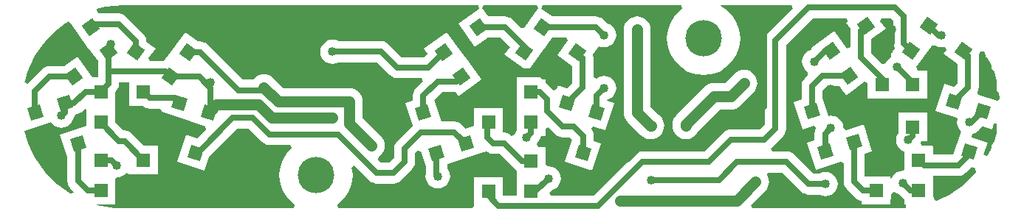
<source format=gtl>
%FSLAX25Y25*%
%MOIN*%
G70*
G01*
G75*
G04 Layer_Physical_Order=1*
G04 Layer_Color=255*
%ADD10P,0.08352X4X369.0*%
%ADD11P,0.08352X4X81.0*%
%ADD12P,0.08352X4X153.0*%
%ADD13R,0.05906X0.05906*%
%ADD14P,0.08352X4X117.0*%
%ADD15R,0.05906X0.05906*%
%ADD16C,0.05000*%
%ADD17C,0.02500*%
%ADD18C,0.16500*%
%ADD19C,0.04000*%
G36*
X916402Y873666D02*
Y866497D01*
X904402Y862598D01*
X907742Y852319D01*
Y841467D01*
X907742Y841467D01*
X907742D01*
X907905Y840227D01*
X908384Y839071D01*
X909146Y838079D01*
X910706Y836518D01*
X910516Y836154D01*
X909067Y835766D01*
X906620Y837325D01*
X903436Y839768D01*
X900478Y842478D01*
X897768Y845436D01*
X895325Y848620D01*
X893169Y852004D01*
X891317Y855563D01*
X889781Y859270D01*
X888575Y863096D01*
X888352Y864098D01*
X889324Y864414D01*
D01*
X889324D01*
D01*
Y864414D01*
X889324D01*
D01*
Y864414D01*
X900368Y868002D01*
X901077Y867077D01*
X902226Y866196D01*
X903564Y865642D01*
X905000Y865452D01*
X906436Y865642D01*
X907774Y866196D01*
X908923Y867077D01*
X909804Y868226D01*
X910358Y869564D01*
X910381Y869733D01*
X910721Y870176D01*
X911200Y871332D01*
X911226Y871530D01*
X914703Y872660D01*
X914614Y872932D01*
X915716Y873950D01*
X916402Y873666D01*
D02*
G37*
G36*
X935693Y875437D02*
X941876D01*
X942640Y874851D01*
X943795Y874372D01*
X945035Y874209D01*
X949525D01*
X950406Y872995D01*
X950297Y872660D01*
X962571Y868672D01*
X962571Y868672D01*
X962571D01*
X963402Y868402D01*
Y868402D01*
X963402Y868402D01*
X970131Y866215D01*
X970481Y864757D01*
X966428Y860704D01*
X961429Y862328D01*
X957441Y850054D01*
X969715Y846066D01*
X971819Y852544D01*
X984484Y865209D01*
X989489D01*
X995586Y859112D01*
X996578Y858351D01*
X997734Y857872D01*
X998974Y857709D01*
X1008478D01*
X1008997Y856302D01*
X1008297Y855703D01*
X1006610Y853728D01*
X1005253Y851514D01*
X1004259Y849115D01*
X1003653Y846589D01*
X1003449Y844000D01*
X1003653Y841411D01*
X1004259Y838885D01*
X1005253Y836486D01*
X1006610Y834272D01*
X1008297Y832297D01*
X1010272Y830610D01*
X1010487Y830478D01*
X1010079Y829035D01*
X933000D01*
X932845Y829014D01*
X928992Y829183D01*
X925014Y829706D01*
X921096Y830575D01*
X921109Y830657D01*
X929307D01*
Y842345D01*
X930000Y842953D01*
X931436Y843142D01*
X932774Y843696D01*
X933923Y844577D01*
X934272Y845033D01*
X935693Y844551D01*
Y844437D01*
X948598D01*
Y857343D01*
X942468D01*
X936923Y862888D01*
X935931Y863649D01*
X934775Y864128D01*
X933535Y864291D01*
X932985D01*
X929307Y867968D01*
Y874563D01*
D01*
Y874563D01*
X929307Y874563D01*
Y875437D01*
X929307D01*
Y881567D01*
X929741Y882001D01*
X930502Y882993D01*
X930981Y884149D01*
X931144Y885389D01*
Y886209D01*
X935693D01*
Y875437D01*
D02*
G37*
G36*
X933000Y920965D02*
X1093230D01*
X1093693Y919539D01*
X1084241Y912671D01*
X1091826Y902230D01*
X1097638Y906452D01*
X1103272D01*
X1107626Y902099D01*
X1105134Y898668D01*
X1115574Y891082D01*
X1123160Y901523D01*
Y901523D01*
X1123160Y901523D01*
X1123160D01*
X1123674Y902230D01*
X1123674Y902230D01*
X1126741Y906452D01*
X1132983D01*
X1133664Y905116D01*
X1128840Y898477D01*
X1135709Y893486D01*
Y885859D01*
X1133435Y883585D01*
X1129285Y884934D01*
X1128639Y882945D01*
X1127181Y882595D01*
X1124498Y885277D01*
X1123598Y885968D01*
Y888342D01*
X1110693D01*
Y875437D01*
X1110693Y875437D01*
X1110693Y874563D01*
X1110693D01*
Y864422D01*
X1110196Y863774D01*
X1109642Y862436D01*
X1108388Y861888D01*
X1108388D01*
Y861888D01*
D01*
X1108388D01*
D01*
Y861888D01*
X1107395Y862649D01*
X1107057Y862789D01*
X1106240Y863128D01*
X1105000Y863291D01*
X1104307D01*
Y874563D01*
X1091402D01*
Y866497D01*
X1087526Y865238D01*
X1085876Y866888D01*
X1084884Y867649D01*
X1083729Y868128D01*
X1082489Y868291D01*
X1076615D01*
X1076598Y868402D01*
X1076598Y868402D01*
X1076598Y868402D01*
X1073429Y878154D01*
X1076985Y881709D01*
X1082890D01*
X1084319Y879743D01*
X1094759Y887329D01*
X1087174Y897770D01*
X1087174Y897770D01*
X1086660Y898477D01*
X1086660D01*
D01*
D01*
X1086660Y898477D01*
D01*
D01*
X1086660D01*
X1079074Y908918D01*
X1068634Y901332D01*
X1070176Y899209D01*
X1068532Y897565D01*
X1058565D01*
X1052742Y903388D01*
X1051750Y904149D01*
X1050594Y904628D01*
X1049354Y904791D01*
X1030291D01*
X1030274Y904804D01*
X1028936Y905358D01*
X1027500Y905548D01*
X1026064Y905358D01*
X1024726Y904804D01*
X1023577Y903923D01*
X1022696Y902774D01*
X1022142Y901436D01*
X1021953Y900000D01*
X1022142Y898564D01*
X1022696Y897226D01*
X1023577Y896077D01*
X1024726Y895196D01*
X1026064Y894642D01*
X1027500Y894452D01*
X1028936Y894642D01*
X1030274Y895196D01*
X1030291Y895209D01*
X1047369D01*
X1053193Y889386D01*
X1054185Y888625D01*
X1055340Y888146D01*
X1056580Y887983D01*
X1056580D01*
D01*
X1067747D01*
X1068321Y886597D01*
X1065079Y883354D01*
X1064318Y882362D01*
X1063839Y881207D01*
X1063676Y879967D01*
Y877773D01*
X1060336Y876687D01*
X1063665Y866441D01*
X1056612Y859388D01*
X1055851Y858395D01*
X1055711Y858057D01*
X1055372Y857240D01*
X1055209Y856000D01*
Y851985D01*
X1053016Y849791D01*
X1049485D01*
X1048148Y851128D01*
X1048350Y852487D01*
X1049263Y853237D01*
X1050013Y854150D01*
X1050570Y855193D01*
X1050913Y856324D01*
X1051029Y857500D01*
X1050913Y858676D01*
X1050570Y859807D01*
X1050013Y860849D01*
X1049263Y861763D01*
X1041029Y869997D01*
Y877500D01*
X1040913Y878676D01*
X1040570Y879807D01*
X1040013Y880850D01*
X1039263Y881763D01*
X1038350Y882513D01*
X1037307Y883070D01*
X1036176Y883413D01*
X1035000Y883529D01*
X1005395D01*
X1000767Y888157D01*
X999854Y888907D01*
X998811Y889464D01*
X997680Y889807D01*
X996504Y889923D01*
X995328Y889807D01*
X994197Y889464D01*
X993154Y888907D01*
X992241Y888157D01*
X991530Y887291D01*
X986985D01*
X970983Y903292D01*
X969991Y904053D01*
X969653Y904194D01*
X968836Y904532D01*
X967596Y904695D01*
X966737D01*
X960926Y908918D01*
X953340Y898477D01*
X953340Y898477D01*
X953340D01*
X952826Y897770D01*
X952826Y897770D01*
X952826Y897770D01*
X951389Y895791D01*
X945147D01*
X944466Y897128D01*
X947660Y901523D01*
X943438Y904591D01*
Y904853D01*
D01*
D01*
D01*
D01*
X943438D01*
D01*
D01*
D01*
D01*
D01*
X943438D01*
Y904853D01*
D01*
D01*
Y904853D01*
D01*
D01*
D01*
D01*
D01*
D01*
D01*
D01*
D01*
D01*
D01*
D01*
Y904853D01*
D01*
X943438D01*
D01*
D01*
D01*
D01*
D01*
D01*
D01*
X943438Y904853D01*
D01*
D01*
D01*
X943274Y906093D01*
X942936Y906910D01*
X942796Y907249D01*
X942035Y908241D01*
X942035Y908241D01*
X942035D01*
X942035Y908241D01*
Y908241D01*
X934388Y915888D01*
X933395Y916649D01*
X933057Y916789D01*
X932240Y917128D01*
X931000Y917291D01*
X921836D01*
X920843Y918658D01*
X921096Y919425D01*
X925014Y920294D01*
X928992Y920817D01*
X932845Y920986D01*
X933000Y920965D01*
D02*
G37*
G36*
X1067432Y854848D02*
X1069637Y848061D01*
Y844902D01*
X1069452Y843500D01*
X1069642Y842064D01*
X1070196Y840726D01*
X1071077Y839577D01*
X1072226Y838696D01*
X1073564Y838142D01*
X1075000Y837953D01*
X1076436Y838142D01*
X1077774Y838696D01*
X1078923Y839577D01*
X1079804Y840726D01*
X1080358Y842064D01*
X1080548Y843500D01*
X1080358Y844936D01*
X1079804Y846274D01*
X1079219Y847036D01*
Y848969D01*
X1082559Y850054D01*
X1082559Y850054D01*
X1083390Y850325D01*
D01*
X1083390Y850325D01*
X1083390D01*
X1095664Y854313D01*
X1095664Y854313D01*
Y854313D01*
X1097062Y854767D01*
X1097604Y854351D01*
X1098760Y853872D01*
X1100000Y853709D01*
X1103016D01*
X1109723Y847002D01*
D01*
X1109723Y847002D01*
X1109723Y847002D01*
D01*
D01*
D01*
X1109723Y847002D01*
Y847002D01*
X1110693Y846257D01*
Y843937D01*
X1110693Y843937D01*
X1110693Y843063D01*
X1110693D01*
Y834791D01*
X1104484D01*
X1104307Y834968D01*
Y843063D01*
X1091402D01*
Y830157D01*
X1091402D01*
Y830095D01*
X1090341Y829035D01*
X1029921D01*
X1029513Y830478D01*
X1029728Y830610D01*
X1031703Y832297D01*
X1033390Y834272D01*
X1034747Y836486D01*
X1035741Y838885D01*
X1036347Y841411D01*
X1036551Y844000D01*
X1036347Y846589D01*
X1036111Y847571D01*
X1037420Y848304D01*
X1044112Y841612D01*
D01*
X1044112Y841612D01*
X1044112Y841612D01*
D01*
D01*
D01*
X1044112Y841612D01*
Y841612D01*
X1045105Y840851D01*
X1045583Y840653D01*
X1046260Y840372D01*
X1047500Y840209D01*
X1055000D01*
X1056240Y840372D01*
X1057057Y840711D01*
X1057395Y840851D01*
X1058388Y841612D01*
Y841612D01*
X1058388D01*
D01*
D01*
D01*
D01*
D01*
D01*
X1058388D01*
D01*
X1058388D01*
Y841612D01*
D01*
D01*
D01*
D01*
Y841612D01*
D01*
D01*
D01*
D01*
D01*
D01*
Y841612D01*
D01*
D01*
X1058388D01*
D01*
D01*
D01*
X1063388Y846612D01*
X1064149Y847604D01*
X1064628Y848760D01*
X1064791Y850000D01*
Y854016D01*
X1065973Y855198D01*
X1067432Y854848D01*
D02*
G37*
G36*
X1317738Y847046D02*
X1318088Y845588D01*
X1311292Y838792D01*
X1309380Y837325D01*
X1305996Y835169D01*
X1302437Y833317D01*
X1300466Y832500D01*
X1300000D01*
X1299984Y832484D01*
X1299449Y832706D01*
X1298598Y834759D01*
Y843563D01*
D01*
Y843563D01*
X1298744Y843709D01*
X1310000D01*
X1311240Y843872D01*
X1312057Y844211D01*
X1312395Y844351D01*
X1313388Y845112D01*
Y845112D01*
X1313388D01*
D01*
D01*
D01*
D01*
D01*
D01*
X1313388D01*
D01*
X1313388D01*
Y845112D01*
D01*
D01*
D01*
D01*
Y845112D01*
D01*
D01*
D01*
D01*
D01*
D01*
Y845112D01*
D01*
D01*
X1313388D01*
D01*
D01*
D01*
X1315914Y847639D01*
X1317738Y847046D01*
D02*
G37*
G36*
X1327500Y867271D02*
Y863433D01*
X1327425Y863096D01*
X1326219Y859270D01*
X1325829Y858329D01*
X1325000Y857500D01*
Y856327D01*
X1324683Y855563D01*
X1323729Y853729D01*
X1322761Y852761D01*
X1321482Y853545D01*
X1323203Y858840D01*
X1316158Y861129D01*
X1316295Y862623D01*
X1316436Y862642D01*
X1317774Y863196D01*
X1318923Y864077D01*
X1319271Y864531D01*
X1319376Y864612D01*
X1321026Y866262D01*
X1325176Y864914D01*
X1326019Y867506D01*
X1327500Y867271D01*
D02*
G37*
G36*
X1321561Y899990D02*
X1322500Y898515D01*
Y897500D01*
X1323089D01*
X1324683Y894437D01*
X1325000Y893673D01*
Y892500D01*
X1325829Y891671D01*
X1326219Y890730D01*
X1327425Y886904D01*
X1327500Y886567D01*
Y882500D01*
X1328488Y881512D01*
X1328817Y879008D01*
X1328836Y878590D01*
X1327642Y877682D01*
X1318951Y880506D01*
X1318649Y881479D01*
X1319128Y882635D01*
X1319291Y883875D01*
D01*
D01*
D01*
D01*
D01*
X1319291D01*
D01*
D01*
D01*
D01*
Y883875D01*
X1319291D01*
D01*
Y883875D01*
D01*
D01*
D01*
D01*
D01*
D01*
D01*
D01*
D01*
D01*
D01*
D01*
Y883875D01*
D01*
X1319291D01*
D01*
D01*
D01*
D01*
X1319291Y883875D01*
Y898258D01*
X1319225Y898760D01*
X1319211Y898865D01*
X1320061Y900036D01*
X1321561Y899990D01*
D02*
G37*
G36*
X1260082Y913782D02*
X1259241Y913171D01*
X1261317Y910313D01*
X1261209Y909490D01*
X1261209Y909490D01*
X1261209D01*
X1261209Y909490D01*
X1261209D01*
Y902025D01*
X1259782Y901561D01*
X1254074Y909418D01*
X1243634Y901832D01*
Y901832D01*
X1243564Y900858D01*
X1242226Y900304D01*
X1241077Y899423D01*
X1240196Y898274D01*
X1239642Y896936D01*
X1239452Y895500D01*
X1239642Y894064D01*
X1240196Y892726D01*
X1241077Y891577D01*
X1241999Y890870D01*
X1242097Y889373D01*
X1240579Y887854D01*
X1239818Y886862D01*
X1239339Y885707D01*
X1239176Y884467D01*
Y878273D01*
X1235836Y877187D01*
X1239824Y864914D01*
X1244932Y866573D01*
X1245798Y865349D01*
X1245779Y865324D01*
X1245300Y864168D01*
X1245137Y862928D01*
X1245137Y862928D01*
X1245137D01*
X1245137Y862928D01*
X1245137D01*
Y859925D01*
X1241797Y858840D01*
X1245785Y846566D01*
X1256995Y850209D01*
X1258209Y849327D01*
Y841000D01*
X1258209Y841000D01*
X1258209D01*
X1258372Y839760D01*
X1258711Y838943D01*
X1258851Y838605D01*
X1259612Y837612D01*
X1259612Y837612D01*
X1259612Y837612D01*
X1263502Y833722D01*
D01*
X1263502Y833722D01*
X1263502Y833722D01*
D01*
D01*
D01*
X1263502Y833722D01*
Y833722D01*
X1264494Y832961D01*
X1265650Y832483D01*
X1266402Y832384D01*
Y830657D01*
X1279307D01*
Y830657D01*
X1279647Y835480D01*
X1281077Y836577D01*
X1282226Y835696D01*
X1283564Y835142D01*
X1283586Y835139D01*
X1285002Y833722D01*
X1285693Y833192D01*
Y830657D01*
X1286412D01*
X1286445Y829158D01*
X1283154Y829014D01*
X1283000Y829035D01*
X1217021D01*
X1216447Y830420D01*
X1222759Y836733D01*
X1223509Y837646D01*
X1224066Y838689D01*
X1224409Y839820D01*
X1224525Y840996D01*
X1224409Y842172D01*
X1224066Y843303D01*
X1223509Y844346D01*
X1223917Y845209D01*
X1230515D01*
X1239112Y836612D01*
D01*
X1239112Y836612D01*
X1239112Y836612D01*
D01*
D01*
D01*
X1239112Y836612D01*
Y836612D01*
X1240104Y835851D01*
X1240583Y835653D01*
X1241260Y835372D01*
X1242500Y835209D01*
X1247209D01*
X1247226Y835196D01*
X1248564Y834642D01*
X1250000Y834453D01*
X1251436Y834642D01*
X1252774Y835196D01*
X1253923Y836077D01*
X1254804Y837226D01*
X1255358Y838564D01*
X1255548Y840000D01*
X1255358Y841436D01*
X1254804Y842774D01*
X1253923Y843923D01*
X1252774Y844804D01*
X1251436Y845358D01*
X1250000Y845547D01*
X1248564Y845358D01*
X1247226Y844804D01*
X1247209Y844791D01*
X1244485D01*
X1235888Y853388D01*
D01*
X1235888Y853388D01*
D01*
D01*
D01*
X1235888Y853388D01*
X1235888Y853388D01*
X1234896Y854149D01*
X1234557Y854289D01*
X1233740Y854628D01*
X1232500Y854791D01*
X1225848D01*
X1225365Y856211D01*
X1225888Y856612D01*
Y856612D01*
X1225888D01*
D01*
D01*
D01*
D01*
D01*
D01*
X1225888D01*
D01*
X1225888D01*
Y856612D01*
D01*
D01*
D01*
D01*
Y856612D01*
D01*
D01*
D01*
D01*
D01*
D01*
Y856612D01*
D01*
D01*
X1225888D01*
D01*
D01*
D01*
X1230888Y861612D01*
X1231649Y862605D01*
X1232128Y863760D01*
X1232291Y865000D01*
Y903016D01*
X1244485Y915209D01*
X1259618D01*
X1260082Y913782D01*
D02*
G37*
G36*
X1299726Y902696D02*
X1301064Y902142D01*
X1302500Y901952D01*
X1303936Y902142D01*
X1304554Y900648D01*
X1303340Y898977D01*
X1309709Y894349D01*
Y885859D01*
X1307935Y884085D01*
X1303785Y885434D01*
X1299797Y873160D01*
X1309357Y870054D01*
X1309642Y869436D01*
X1309453Y868000D01*
X1309642Y866564D01*
X1310196Y865226D01*
X1311077Y864077D01*
X1311283Y863919D01*
X1310929Y862828D01*
X1310929Y862828D01*
X1307830Y853291D01*
X1298598D01*
Y857343D01*
X1293675D01*
X1293326Y857864D01*
X1292920Y858688D01*
X1293468Y859402D01*
X1295842D01*
Y872307D01*
X1282937D01*
Y863088D01*
X1282696Y862774D01*
X1282142Y861436D01*
X1281952Y860000D01*
X1282142Y858564D01*
X1282696Y857226D01*
X1283577Y856077D01*
X1284726Y855196D01*
X1285693Y854795D01*
Y846655D01*
X1285000Y846047D01*
X1283564Y845858D01*
X1282226Y845304D01*
X1281077Y844423D01*
X1280196Y843274D01*
X1280196Y843274D01*
D01*
D01*
D01*
Y843274D01*
X1279307Y841980D01*
Y843563D01*
X1267791D01*
Y853716D01*
X1271164Y854813D01*
X1267176Y867086D01*
X1259194Y864493D01*
X1258041Y865452D01*
X1258047Y865500D01*
X1257858Y866936D01*
X1257304Y868274D01*
X1256423Y869423D01*
X1255274Y870304D01*
X1253936Y870858D01*
X1252500Y871047D01*
X1251446Y870909D01*
X1248758Y879181D01*
Y882482D01*
X1250741Y884466D01*
X1256251D01*
X1259319Y880243D01*
X1267821Y886421D01*
X1269158Y885740D01*
Y878693D01*
X1282063D01*
Y878693D01*
X1282063D01*
X1282063Y878693D01*
X1282937D01*
Y878693D01*
X1295842D01*
Y891598D01*
X1291738D01*
X1291057Y892935D01*
X1297660Y902023D01*
Y902023D01*
X1297660Y902023D01*
X1297660D01*
X1298082Y902603D01*
X1299566Y902819D01*
X1299726Y902696D01*
D02*
G37*
G36*
X1120362Y919629D02*
X1114007Y910882D01*
X1112512Y910764D01*
X1108644Y914631D01*
X1107652Y915393D01*
X1107314Y915533D01*
X1106497Y915871D01*
X1105256Y916035D01*
X1097749D01*
X1095138Y919629D01*
X1095818Y920965D01*
X1119682D01*
X1120362Y919629D01*
D02*
G37*
G36*
X1280709Y914015D02*
Y903742D01*
X1280709Y903742D01*
X1280709D01*
X1280872Y902502D01*
X1281211Y901685D01*
X1281302Y901465D01*
X1279634Y899168D01*
Y899168D01*
X1279726Y897804D01*
X1278577Y896923D01*
X1277696Y895774D01*
X1277277Y894762D01*
X1275806Y894470D01*
X1270791Y899485D01*
Y905611D01*
X1277267Y910316D01*
X1274683Y913873D01*
X1275364Y915209D01*
X1279515D01*
X1280709Y914015D01*
D02*
G37*
G36*
X909241Y912671D02*
X909241D01*
X909241Y912671D01*
X916826Y902230D01*
X916826Y902230D01*
X916826Y902230D01*
X917340Y901523D01*
X917340D01*
X917340Y901523D01*
X921562Y895712D01*
Y888342D01*
X919023D01*
X912174Y897770D01*
X906362Y893548D01*
X899757D01*
X898516Y893384D01*
X897361Y892906D01*
X896369Y892144D01*
X889742Y885518D01*
X888691Y886095D01*
X888438Y886289D01*
X888575Y886904D01*
X889781Y890730D01*
X891317Y894437D01*
X893169Y897996D01*
X895325Y901380D01*
X897768Y904564D01*
X900478Y907522D01*
X903436Y910232D01*
X906620Y912675D01*
X908409Y913815D01*
X909241Y912671D01*
D02*
G37*
G36*
X1235304Y919580D02*
X1224112Y908388D01*
X1223351Y907395D01*
X1223211Y907057D01*
X1222872Y906240D01*
X1222709Y905000D01*
Y866984D01*
X1220516Y864791D01*
X1207500D01*
X1206260Y864628D01*
X1205583Y864347D01*
X1205105Y864149D01*
X1204112Y863388D01*
X1195516Y854791D01*
X1167500D01*
X1166260Y854628D01*
X1165104Y854149D01*
X1164112Y853388D01*
X1145516Y834791D01*
X1126026D01*
X1125452Y836177D01*
X1126414Y837139D01*
X1126436Y837142D01*
X1127774Y837696D01*
X1128923Y838577D01*
X1129804Y839726D01*
X1130358Y841064D01*
X1130548Y842500D01*
X1130358Y843936D01*
X1129804Y845274D01*
X1128923Y846423D01*
X1127774Y847304D01*
X1126436Y847858D01*
X1125000Y848048D01*
X1124726Y848011D01*
X1123598Y849000D01*
Y856843D01*
X1120438D01*
X1119775Y858188D01*
X1119804Y858226D01*
X1120358Y859564D01*
X1120361Y859586D01*
X1120533Y859758D01*
X1121295Y860750D01*
X1121671Y861658D01*
X1123598D01*
Y865166D01*
X1124984Y865740D01*
X1128112Y862612D01*
X1129105Y861851D01*
X1130260Y861372D01*
X1131500Y861209D01*
X1134515D01*
X1135685Y860039D01*
X1132441Y850054D01*
X1144715Y846066D01*
X1148703Y858340D01*
X1145363Y859426D01*
Y861928D01*
X1145200Y863168D01*
X1144721Y864324D01*
X1144191Y865014D01*
X1145057Y866239D01*
X1150676Y864414D01*
X1154664Y876687D01*
X1151324Y877773D01*
Y878049D01*
X1151414Y878139D01*
X1151436Y878142D01*
X1152774Y878696D01*
X1153923Y879577D01*
X1154804Y880726D01*
X1155358Y882064D01*
X1155548Y883500D01*
X1155358Y884936D01*
X1154804Y886274D01*
X1153923Y887423D01*
X1152774Y888304D01*
X1151436Y888858D01*
X1150000Y889048D01*
X1148564Y888858D01*
X1147226Y888304D01*
X1146636Y887852D01*
X1145291Y888515D01*
Y897258D01*
D01*
D01*
D01*
D01*
X1145291D01*
D01*
D01*
D01*
D01*
D01*
X1145291D01*
Y897258D01*
D01*
D01*
Y897258D01*
D01*
D01*
D01*
D01*
D01*
D01*
D01*
D01*
D01*
D01*
D01*
D01*
Y897258D01*
D01*
X1145291D01*
D01*
D01*
D01*
D01*
D01*
D01*
D01*
X1145291Y897258D01*
D01*
D01*
D01*
X1145128Y898498D01*
X1145011Y898779D01*
X1146866Y901332D01*
Y901332D01*
X1146866Y901332D01*
X1146866D01*
X1147711Y902495D01*
X1148564Y902142D01*
X1150000Y901952D01*
X1151436Y902142D01*
X1152774Y902696D01*
X1153923Y903577D01*
X1154804Y904726D01*
X1155358Y906064D01*
X1155548Y907500D01*
X1155358Y908936D01*
X1154804Y910274D01*
X1153923Y911423D01*
X1152774Y912304D01*
X1151436Y912858D01*
X1151414Y912861D01*
X1149644Y914631D01*
X1148652Y915393D01*
X1148314Y915533D01*
X1147497Y915871D01*
X1146257Y916035D01*
X1126630D01*
X1121807Y919539D01*
X1122270Y920965D01*
X1185079D01*
X1185487Y919522D01*
X1185272Y919390D01*
X1183297Y917703D01*
X1181610Y915728D01*
X1180253Y913514D01*
X1179259Y911115D01*
X1178653Y908589D01*
X1178449Y906000D01*
X1178653Y903411D01*
X1179259Y900885D01*
X1180253Y898486D01*
X1181610Y896272D01*
X1183297Y894297D01*
X1185272Y892610D01*
X1187486Y891253D01*
X1189885Y890259D01*
X1192411Y889653D01*
X1195000Y889449D01*
X1197589Y889653D01*
X1200115Y890259D01*
X1202514Y891253D01*
X1204728Y892610D01*
X1206703Y894297D01*
X1208390Y896272D01*
X1209747Y898486D01*
X1210741Y900885D01*
X1211347Y903411D01*
X1211551Y906000D01*
X1211347Y908589D01*
X1210741Y911115D01*
X1209747Y913514D01*
X1208390Y915728D01*
X1206703Y917703D01*
X1204728Y919390D01*
X1202514Y920747D01*
X1202557Y920965D01*
X1234730D01*
X1235304Y919580D01*
D02*
G37*
%LPC*%
G36*
X1213216Y891745D02*
X1212040Y891630D01*
X1210909Y891286D01*
X1209867Y890729D01*
X1208953Y889980D01*
X1204708Y885734D01*
X1199705D01*
X1198529Y885618D01*
X1197398Y885275D01*
X1196356Y884718D01*
X1195442Y883968D01*
X1182737Y871263D01*
X1181987Y870350D01*
X1181430Y869307D01*
X1181087Y868176D01*
X1180971Y867000D01*
Y866500D01*
X1181087Y865324D01*
X1181430Y864193D01*
X1181987Y863150D01*
X1182737Y862237D01*
X1183650Y861487D01*
X1184693Y860930D01*
X1185824Y860587D01*
X1187000Y860471D01*
X1188176Y860587D01*
X1189307Y860930D01*
X1190350Y861487D01*
X1191263Y862237D01*
X1192013Y863150D01*
X1192399Y863873D01*
X1202202Y873676D01*
X1207205D01*
X1208381Y873792D01*
X1209512Y874135D01*
Y874135D01*
X1209512D01*
X1209512Y874135D01*
X1209512D01*
Y874135D01*
D01*
D01*
D01*
Y874135D01*
D01*
D01*
D01*
D01*
D01*
Y874135D01*
D01*
D01*
X1209512D01*
D01*
X1210555Y874692D01*
X1211468Y875442D01*
Y875442D01*
X1211468D01*
D01*
D01*
D01*
D01*
D01*
D01*
X1211468D01*
D01*
X1211468D01*
Y875442D01*
D01*
D01*
D01*
D01*
Y875442D01*
D01*
D01*
D01*
Y875442D01*
D01*
D01*
X1211468D01*
D01*
D01*
D01*
X1217480Y881453D01*
X1218229Y882367D01*
X1218787Y883409D01*
X1219130Y884540D01*
X1219245Y885716D01*
X1219130Y886893D01*
X1218787Y888024D01*
X1218229Y889066D01*
X1217480Y889980D01*
X1216566Y890729D01*
X1215524Y891286D01*
X1214393Y891630D01*
X1213216Y891745D01*
D02*
G37*
G36*
X1165000Y916029D02*
X1163824Y915913D01*
X1162693Y915570D01*
X1161650Y915013D01*
X1160737Y914263D01*
X1159987Y913350D01*
X1159430Y912307D01*
X1159087Y911176D01*
X1158971Y910000D01*
Y872500D01*
X1159087Y871324D01*
X1159430Y870193D01*
X1159987Y869150D01*
X1160737Y868237D01*
X1166737Y862237D01*
Y862237D01*
D01*
D01*
X1166737Y862237D01*
Y862237D01*
D01*
Y862237D01*
X1166737Y862237D01*
X1167650Y861487D01*
X1168693Y860930D01*
D01*
X1168693D01*
X1168693Y860930D01*
D01*
D01*
D01*
X1168693D01*
D01*
D01*
X1168693D01*
D01*
D01*
Y860930D01*
X1169824Y860587D01*
X1171000Y860471D01*
X1171252D01*
X1172428Y860587D01*
X1173559Y860930D01*
X1174601Y861487D01*
X1175515Y862237D01*
X1176265Y863150D01*
X1176822Y864193D01*
X1177165Y865324D01*
X1177281Y866500D01*
X1177165Y867676D01*
X1176822Y868807D01*
X1176265Y869850D01*
X1175515Y870763D01*
X1174601Y871513D01*
X1174412Y871614D01*
X1171029Y874997D01*
Y910000D01*
X1170913Y911176D01*
X1170570Y912307D01*
X1170013Y913350D01*
X1169263Y914263D01*
X1168350Y915013D01*
X1167307Y915570D01*
X1166176Y915913D01*
X1165000Y916029D01*
D02*
G37*
%LPD*%
D10*
X938647Y900096D02*
D03*
X946746Y911244D02*
D03*
X954254Y888756D02*
D03*
X962353Y899904D02*
D03*
X1137853Y899904D02*
D03*
X1129754Y888756D02*
D03*
X1122246Y911244D02*
D03*
X1114147Y900096D02*
D03*
X1312353Y900404D02*
D03*
X1304254Y889256D02*
D03*
X1296746Y911744D02*
D03*
X1288647Y900596D02*
D03*
D11*
X910746Y888756D02*
D03*
X902647Y899904D02*
D03*
X926353Y900096D02*
D03*
X918254Y911244D02*
D03*
X1093254D02*
D03*
X1101353Y900096D02*
D03*
X1077647Y899904D02*
D03*
X1085746Y888756D02*
D03*
X1268254Y911744D02*
D03*
X1276353Y900596D02*
D03*
X1252647Y900404D02*
D03*
X1260746Y889256D02*
D03*
D12*
X912533Y858455D02*
D03*
X899428Y854197D02*
D03*
X906572Y876803D02*
D03*
X893467Y872544D02*
D03*
X1068467D02*
D03*
X1081572Y876803D02*
D03*
X1074428Y854197D02*
D03*
X1087533Y858455D02*
D03*
X1243967Y873044D02*
D03*
X1257072Y877303D02*
D03*
X1249928Y854697D02*
D03*
X1263033Y858955D02*
D03*
D13*
X942146Y850890D02*
D03*
Y837110D02*
D03*
X922854Y850890D02*
D03*
Y837110D02*
D03*
X942146Y881890D02*
D03*
Y868110D02*
D03*
X922854Y881890D02*
D03*
Y868110D02*
D03*
X1097854D02*
D03*
Y881890D02*
D03*
X1117146Y868110D02*
D03*
Y881890D02*
D03*
X1097854Y836610D02*
D03*
Y850390D02*
D03*
X1117146Y836610D02*
D03*
Y850390D02*
D03*
X1272854Y837110D02*
D03*
Y850890D02*
D03*
X1292146Y837110D02*
D03*
Y850890D02*
D03*
D14*
X965572Y854197D02*
D03*
X952467Y858455D02*
D03*
X971533Y872544D02*
D03*
X958428Y876803D02*
D03*
X1140572Y854197D02*
D03*
X1127467Y858455D02*
D03*
X1146533Y872544D02*
D03*
X1133428Y876803D02*
D03*
X1315072Y854697D02*
D03*
X1301967Y858955D02*
D03*
X1321033Y873044D02*
D03*
X1307928Y877303D02*
D03*
D15*
X1275610Y865854D02*
D03*
X1289390Y885146D02*
D03*
X1275610D02*
D03*
X1289390Y865854D02*
D03*
D16*
X1002898Y877500D02*
X1035000D01*
Y867500D02*
Y877500D01*
Y867500D02*
X1045000Y857500D01*
X975018Y876029D02*
X993971D01*
X971533Y872544D02*
X975018Y876029D01*
X993971D02*
X1000000Y870000D01*
X1027500D01*
X996504Y883894D02*
X1002898Y877500D01*
X1165000Y872500D02*
Y910000D01*
Y872500D02*
X1171000Y866500D01*
X1171252D01*
X1207205Y879705D02*
X1213216Y885716D01*
X1199705Y879705D02*
X1207205D01*
X1187000Y867000D02*
X1199705Y879705D01*
X1187000Y866500D02*
Y867000D01*
X950000Y912500D02*
X1012500D01*
X1055248Y912252D02*
X1062500Y905000D01*
X1012252Y912252D02*
X1055248D01*
X1012252Y890000D02*
Y912252D01*
X1012500Y912500D01*
X1210000Y832500D02*
X1218496Y840996D01*
X1157500Y832500D02*
X1210000D01*
X1160000Y852500D02*
X1165000Y857500D01*
X1193748D02*
X1202748Y866500D01*
X1165000Y857500D02*
X1193748D01*
D17*
X998974Y862500D02*
X1030000D01*
X966697Y854197D02*
X982500Y870000D01*
X965572Y854197D02*
X966697D01*
X991474Y870000D02*
X998974Y862500D01*
X965572Y854197D02*
X965628Y854253D01*
X982500Y870000D02*
X991474D01*
X972500Y873511D02*
Y883500D01*
X967596Y899904D02*
X985000Y882500D01*
X995110D02*
X996504Y883894D01*
X985000Y882500D02*
X995110D01*
X962353Y899904D02*
X967596D01*
X1102500Y830000D02*
X1147500D01*
X1242500Y920000D02*
X1281500D01*
X1227500Y905000D02*
X1242500Y920000D01*
X1227500Y865000D02*
Y905000D01*
X1222500Y875000D02*
Y907500D01*
X1214000Y866500D02*
X1222500Y875000D01*
X1220000Y910000D02*
X1222500Y907500D01*
X1202748Y866500D02*
X1214000D01*
X1056580Y892774D02*
X1070516D01*
X1049354Y900000D02*
X1056580Y892774D01*
X1070516D02*
X1077647Y899904D01*
X1027500Y900000D02*
X1049354D01*
X1297500Y863422D02*
Y882503D01*
X1264162Y877303D02*
X1275610Y865854D01*
X1275676Y875500D02*
X1297500D01*
X1270820Y870644D02*
X1275676Y875500D01*
X1252500Y881874D02*
X1257072Y877303D01*
X1252500Y881874D02*
Y883000D01*
X1275610Y853646D02*
Y865854D01*
X1294535Y848500D02*
X1310000D01*
X1315072Y853572D01*
Y854697D01*
X1315989Y868000D02*
X1321033Y873044D01*
X1315000Y868000D02*
X1315989D01*
X1030000Y862500D02*
X1047500Y845000D01*
X1055000D01*
X1060000Y856000D02*
X1067500Y863500D01*
X1082489D01*
X1060000Y850000D02*
Y856000D01*
X1055000Y845000D02*
X1060000Y850000D01*
X1296746Y911744D02*
X1300990Y907500D01*
X1302500D01*
X1281500Y920000D02*
X1285500Y916000D01*
X1280000Y904242D02*
Y910000D01*
X1276353Y900596D02*
X1280000Y904242D01*
X1097854Y834646D02*
X1102500Y830000D01*
X1097854Y834646D02*
Y836610D01*
X1152500Y845000D02*
X1160000Y852500D01*
X1135000Y845000D02*
X1152500D01*
X1127500Y852500D02*
X1135000Y845000D01*
X1146257Y911244D02*
X1150000Y907500D01*
X1122246Y911244D02*
X1146257D01*
X1119110Y836610D02*
X1125000Y842500D01*
X1117146Y836610D02*
X1119110D01*
X899428Y854072D02*
Y854197D01*
X940390Y868110D02*
X942812D01*
X937500Y871000D02*
X940390Y868110D01*
X895000Y858500D02*
X899303Y854197D01*
X899428D01*
X895000Y893500D02*
X901404Y899904D01*
X902647D01*
X926353Y885389D02*
Y900096D01*
Y891000D02*
X952010D01*
X954254Y888756D01*
X922854Y881890D02*
X926353Y885389D01*
X905000Y871000D02*
X906572Y872572D01*
Y876803D01*
X927610Y850890D02*
X930000Y848500D01*
X922854Y850890D02*
X927610D01*
X910803Y876803D02*
X915890Y881890D01*
X922854D01*
X906572Y876803D02*
X910803D01*
X971533Y872544D02*
X972500Y873511D01*
X967243Y888756D02*
X972500Y883500D01*
X954254Y888756D02*
X967243D01*
X1074428Y844072D02*
X1075000Y843500D01*
X1074428Y844072D02*
Y854197D01*
X1087500Y846000D02*
X1091890Y850390D01*
X1115000Y861000D02*
X1117146Y863146D01*
Y868110D01*
X1105000Y858500D02*
X1113110Y850390D01*
X1100000Y858500D02*
X1105000D01*
X1097500Y867756D02*
X1097854Y868110D01*
X1097500Y861000D02*
Y867756D01*
Y861000D02*
X1100000Y858500D01*
X1113110Y850390D02*
X1117146D01*
X1116535Y851000D02*
X1117146Y850390D01*
X1091890D02*
X1097854D01*
X1077647Y898647D02*
Y899904D01*
X1146533Y880033D02*
X1150000Y883500D01*
X1146533Y872544D02*
Y880033D01*
X1127467Y858455D02*
X1127500Y858422D01*
X1249928Y862928D02*
X1252500Y865500D01*
X1249928Y854697D02*
Y862928D01*
X1282500Y893000D02*
X1289390Y886110D01*
Y885146D02*
Y886110D01*
X1320045Y873044D02*
X1321033D01*
X1285000Y840500D02*
X1288390Y837110D01*
X1292146D01*
X1245000Y895500D02*
X1249904Y900404D01*
X1252647D01*
X1248757Y889256D02*
X1260746D01*
X1243967Y884467D02*
X1248757Y889256D01*
X1243967Y873044D02*
Y884467D01*
X1257072Y877303D02*
Y878428D01*
X949110Y837110D02*
X952467Y840467D01*
X942146Y837110D02*
X949110D01*
X952467Y840467D02*
Y858455D01*
X942812Y868110D02*
X952467Y858455D01*
X1101353Y885609D02*
Y900096D01*
Y891000D02*
X1120500D01*
X1097744Y882000D02*
X1101353Y885609D01*
X1120500Y891000D02*
X1122744Y888756D01*
X1129754D01*
X1097744Y882000D02*
X1097854Y881890D01*
X1092000Y882000D02*
X1097744D01*
X1086803Y876803D02*
X1092000Y882000D01*
X1081572Y876803D02*
X1086803D01*
X1297500Y863422D02*
X1301967Y858955D01*
X1297500Y882503D02*
X1304254Y889256D01*
X1272854Y850890D02*
X1275610Y853646D01*
X1257072Y877303D02*
X1264162D01*
X1266000Y897500D02*
X1275610Y887890D01*
X1266000Y897500D02*
Y909490D01*
X1275610Y885146D02*
Y887890D01*
X1266000Y909490D02*
X1268254Y911744D01*
X1263000Y858922D02*
X1263033Y858955D01*
X1263000Y841000D02*
Y858922D01*
Y841000D02*
X1266890Y837110D01*
X1272854D01*
X1292146Y850890D02*
X1294535Y848500D01*
X1314500Y883875D02*
Y898258D01*
X1307928Y877303D02*
X1314500Y883875D01*
X1312353Y900404D02*
X1314500Y898258D01*
X1285500Y903742D02*
X1288647Y900596D01*
X1285500Y903742D02*
Y916000D01*
X1124500Y873000D02*
X1131500Y866000D01*
X1117146Y881890D02*
X1121110D01*
X1124500Y878500D01*
Y873000D02*
Y878500D01*
X1131500Y866000D02*
X1136500D01*
X1140572Y861928D01*
Y854197D02*
Y861928D01*
X1140500Y883875D02*
Y897258D01*
X1133428Y876803D02*
X1140500Y883875D01*
X1137853Y899904D02*
X1140500Y897258D01*
X1105256Y911244D02*
X1114147Y902353D01*
Y900096D02*
Y902353D01*
X1093254Y911244D02*
X1105256D01*
X1083490Y886500D02*
X1085746Y888756D01*
X1075000Y886500D02*
X1083490D01*
X1068467Y879967D02*
X1075000Y886500D01*
X1068467Y872544D02*
Y879967D01*
X1082489Y863500D02*
X1087533Y858455D01*
X956231Y879000D02*
X958428Y876803D01*
X951500Y879000D02*
X956231D01*
X945035D02*
X951500D01*
X942146Y881890D02*
X945035Y879000D01*
X933535Y859500D02*
X942146Y850890D01*
X931000Y859500D02*
X933535D01*
X922854Y867646D02*
X931000Y859500D01*
X922854Y867646D02*
Y868110D01*
X942146Y850890D02*
Y851354D01*
X912533Y841467D02*
X916890Y837110D01*
X922854D01*
X912533Y841467D02*
Y858455D01*
X893000Y873011D02*
X893467Y872544D01*
X893000Y873011D02*
Y882000D01*
X899757Y888756D01*
X910746D01*
X918254Y911244D02*
X919510Y912500D01*
X931000D01*
X938647Y904853D01*
Y900096D02*
Y904853D01*
X1289390Y861890D02*
Y865854D01*
X1287500Y860000D02*
X1289390Y861890D01*
X1127500Y852500D02*
Y858422D01*
X1197500Y850000D02*
X1207500Y860000D01*
X1222500D02*
X1227500Y865000D01*
X1207500Y860000D02*
X1222500D01*
X1147500Y830000D02*
X1167500Y850000D01*
X1197500D01*
X1171252Y841894D02*
X1201894D01*
X1210000Y850000D01*
X1232500D01*
X1242500Y840000D02*
X1250000D01*
X1232500Y850000D02*
X1242500Y840000D01*
D18*
X1195000Y906000D02*
D03*
X1020000Y844000D02*
D03*
D19*
X1213216Y885716D02*
D03*
X1220000Y910000D02*
D03*
X1280000D02*
D03*
X1027500Y900000D02*
D03*
X1150000Y907500D02*
D03*
X1062500Y905000D02*
D03*
X1027500Y870000D02*
D03*
X1012252Y890000D02*
D03*
X996504Y883894D02*
D03*
X1045000Y857500D02*
D03*
X1157500Y832500D02*
D03*
X1165000Y910000D02*
D03*
X1218496Y840996D02*
D03*
X1202748Y866500D02*
D03*
X1187000Y866500D02*
D03*
X1171252D02*
D03*
X972500Y886000D02*
D03*
X937500Y871000D02*
D03*
X895000Y858500D02*
D03*
Y893500D02*
D03*
X905000Y871000D02*
D03*
X930000Y848500D02*
D03*
X927500Y903500D02*
D03*
X950000Y910000D02*
D03*
X1075000Y843500D02*
D03*
X1115000Y861000D02*
D03*
X1125000Y842500D02*
D03*
X1087500Y846000D02*
D03*
X1150000Y883500D02*
D03*
X1127500Y853500D02*
D03*
X1252500Y865500D02*
D03*
X1282500Y893000D02*
D03*
X1302500Y907500D02*
D03*
X1315000Y868000D02*
D03*
X1285000Y840500D02*
D03*
X1245000Y895500D02*
D03*
X1252500Y883000D02*
D03*
X1287500Y860000D02*
D03*
X1171252Y841894D02*
D03*
X1250000Y840000D02*
D03*
M02*

</source>
